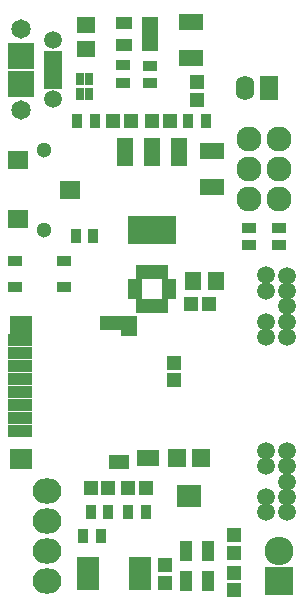
<source format=gts>
G04 #@! TF.GenerationSoftware,KiCad,Pcbnew,(2017-01-24 revision 0b6147e)-makepkg*
G04 #@! TF.CreationDate,2017-01-30T11:51:46-08:00*
G04 #@! TF.ProjectId,derbyFX,646572627946582E6B696361645F7063,rev?*
G04 #@! TF.FileFunction,Soldermask,Top*
G04 #@! TF.FilePolarity,Negative*
%FSLAX46Y46*%
G04 Gerber Fmt 4.6, Leading zero omitted, Abs format (unit mm)*
G04 Created by KiCad (PCBNEW (2017-01-24 revision 0b6147e)-makepkg) date 01/30/17 11:51:46*
%MOMM*%
%LPD*%
G01*
G04 APERTURE LIST*
%ADD10C,0.100000*%
%ADD11R,1.250000X0.650000*%
%ADD12R,0.650000X1.250000*%
%ADD13R,2.432000X2.432000*%
%ADD14O,2.432000X2.432000*%
%ADD15C,2.127200*%
%ADD16O,2.127200X2.127200*%
%ADD17R,1.400000X1.650000*%
%ADD18R,1.303020X0.901700*%
%ADD19R,1.150000X1.200000*%
%ADD20R,1.650000X1.400000*%
%ADD21R,2.000000X1.400000*%
%ADD22R,1.200000X1.150000*%
%ADD23R,1.100000X1.700000*%
%ADD24R,0.800000X1.100000*%
%ADD25R,1.197560X1.197560*%
%ADD26R,1.600000X2.100000*%
%ADD27O,1.600000X2.100000*%
%ADD28R,0.900000X1.300000*%
%ADD29R,1.300000X0.900000*%
%ADD30R,2.150000X1.100000*%
%ADD31R,1.900000X1.700000*%
%ADD32R,1.900000X1.200000*%
%ADD33R,1.800000X1.200000*%
%ADD34R,1.950000X1.400000*%
%ADD35R,1.400000X1.800000*%
%ADD36R,1.460000X1.050000*%
%ADD37R,4.057600X2.432000*%
%ADD38R,1.416000X2.432000*%
%ADD39R,1.850000X0.850000*%
%ADD40R,1.600000X1.600000*%
%ADD41R,2.000000X1.900000*%
%ADD42R,1.602740X0.652780*%
%ADD43R,2.299920X2.299920*%
%ADD44C,1.650006*%
%ADD45C,1.504000*%
%ADD46O,2.432000X2.127200*%
%ADD47C,1.500000*%
%ADD48R,1.800000X1.600000*%
%ADD49C,1.300000*%
G04 APERTURE END LIST*
D10*
D11*
X101805000Y-57920000D03*
X101805000Y-58420000D03*
X101805000Y-58920000D03*
D12*
X101330000Y-59895000D03*
X100830000Y-59895000D03*
X100330000Y-59895000D03*
X99830000Y-59895000D03*
X99330000Y-59895000D03*
D11*
X98855000Y-58920000D03*
X98855000Y-58420000D03*
X98855000Y-57920000D03*
D12*
X99330000Y-56945000D03*
X99830000Y-56945000D03*
X100330000Y-56945000D03*
X100830000Y-56945000D03*
X101330000Y-56945000D03*
D13*
X111125000Y-83185000D03*
D14*
X111125000Y-80645000D03*
D15*
X108585000Y-50800000D03*
D16*
X111125000Y-50800000D03*
X108585000Y-48260000D03*
X111125000Y-48260000D03*
X108585000Y-45720000D03*
X111125000Y-45720000D03*
D17*
X105775000Y-57785000D03*
X103775000Y-57785000D03*
D18*
X92877640Y-58224420D03*
X88732360Y-58224420D03*
X92877640Y-56075580D03*
X88732360Y-56075580D03*
D19*
X102235000Y-64655000D03*
X102235000Y-66155000D03*
D20*
X94742000Y-38084000D03*
X94742000Y-36084000D03*
D21*
X103632000Y-38838000D03*
X103632000Y-35838000D03*
D22*
X101842000Y-44196000D03*
X100342000Y-44196000D03*
X98540000Y-44196000D03*
X97040000Y-44196000D03*
D21*
X105410000Y-49760000D03*
X105410000Y-46760000D03*
D22*
X103644000Y-59690000D03*
X105144000Y-59690000D03*
X95135000Y-75311000D03*
X96635000Y-75311000D03*
X99810000Y-75311000D03*
X98310000Y-75311000D03*
D19*
X101473000Y-81800000D03*
X101473000Y-83300000D03*
X107315000Y-79260000D03*
X107315000Y-80760000D03*
X107315000Y-83935000D03*
X107315000Y-82435000D03*
D23*
X105090000Y-83185000D03*
X103190000Y-83185000D03*
X105090000Y-80645000D03*
X103190000Y-80645000D03*
D24*
X94270600Y-40614600D03*
X94970600Y-40614600D03*
X94970600Y-41914600D03*
X94270600Y-41914600D03*
D25*
X104140000Y-42405300D03*
X104140000Y-40906700D03*
D26*
X110236000Y-41402000D03*
D27*
X108236000Y-41402000D03*
D28*
X93865000Y-53975000D03*
X95365000Y-53975000D03*
D29*
X100203000Y-39509000D03*
X100203000Y-41009000D03*
D28*
X95492000Y-44196000D03*
X93992000Y-44196000D03*
D29*
X97917000Y-40997000D03*
X97917000Y-39497000D03*
D28*
X104890000Y-44196000D03*
X103390000Y-44196000D03*
X94500000Y-79375000D03*
X96000000Y-79375000D03*
D29*
X108585000Y-53225000D03*
X108585000Y-54725000D03*
D28*
X96635000Y-77343000D03*
X95135000Y-77343000D03*
X98310000Y-77343000D03*
X99810000Y-77343000D03*
D29*
X111125000Y-53225000D03*
X111125000Y-54725000D03*
D30*
X89161620Y-62745620D03*
X89161620Y-63845620D03*
X89161620Y-64945620D03*
X89161620Y-66045620D03*
X89161620Y-67145620D03*
X89161620Y-68245620D03*
X89161620Y-69345620D03*
X89161620Y-70445620D03*
D31*
X89286620Y-72795620D03*
X89286620Y-61545620D03*
D32*
X96886620Y-61295620D03*
D33*
X97536620Y-73045620D03*
D34*
X99961620Y-72695620D03*
D35*
X98386620Y-61595620D03*
D36*
X100160000Y-37780000D03*
X100160000Y-36830000D03*
X100160000Y-35880000D03*
X97960000Y-35880000D03*
X97960000Y-37780000D03*
D37*
X100330000Y-53467000D03*
D38*
X100330000Y-46863000D03*
X98044000Y-46863000D03*
X102616000Y-46863000D03*
D39*
X94955000Y-81575000D03*
X94955000Y-82225000D03*
X94955000Y-82875000D03*
X94955000Y-83525000D03*
X99355000Y-83525000D03*
X99355000Y-82875000D03*
X99355000Y-82225000D03*
X99355000Y-81575000D03*
D40*
X104493060Y-72722740D03*
X102493060Y-72722740D03*
D41*
X103493060Y-75962740D03*
D42*
X91948000Y-38580060D03*
X91948000Y-39230300D03*
X91948000Y-39878000D03*
X91948000Y-40525700D03*
X91948000Y-41175940D03*
D43*
X89273380Y-38679120D03*
X89273380Y-41076880D03*
D44*
X89278000Y-36448000D03*
X89278000Y-43308000D03*
D45*
X91948000Y-42375940D03*
X91948000Y-37375940D03*
D46*
X91440000Y-83185000D03*
X91440000Y-80645000D03*
X91440000Y-78105000D03*
X91440000Y-75565000D03*
D47*
X111760000Y-57284000D03*
X111760000Y-58584000D03*
X111760000Y-59884000D03*
X111760000Y-61184000D03*
X111760000Y-62484000D03*
X111760000Y-77343000D03*
X111760000Y-76043000D03*
X111760000Y-74743000D03*
X111760000Y-73443000D03*
X111760000Y-72143000D03*
X109982000Y-72106000D03*
X109982000Y-73406000D03*
X109982000Y-57277000D03*
X109982000Y-58577000D03*
X109982000Y-76043000D03*
X109982000Y-77343000D03*
X109982000Y-62484000D03*
X109982000Y-61184000D03*
D48*
X88978740Y-47531020D03*
X88978740Y-52531020D03*
X93378740Y-50031020D03*
D49*
X91178740Y-46631020D03*
X91178740Y-53431020D03*
M02*

</source>
